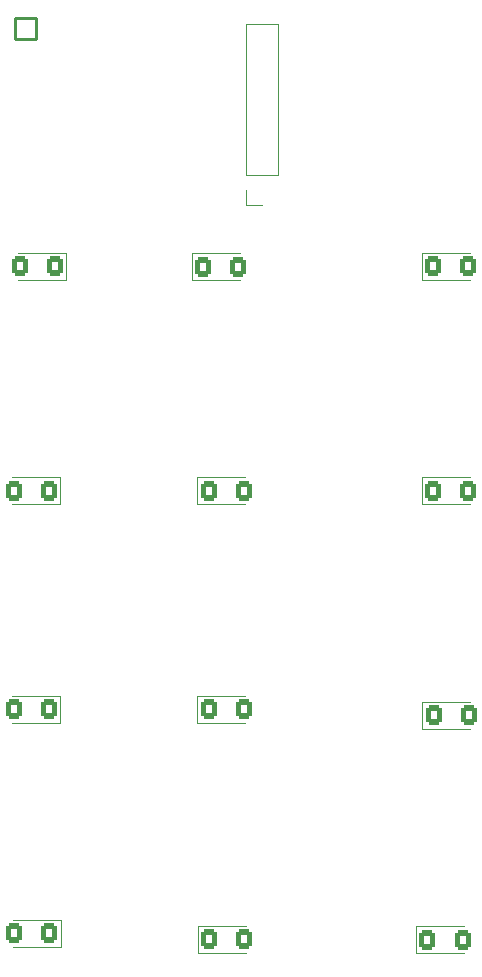
<source format=gbo>
%TF.GenerationSoftware,KiCad,Pcbnew,8.0.0*%
%TF.CreationDate,2024-03-18T12:55:46-04:00*%
%TF.ProjectId,mmp,6d6d702e-6b69-4636-9164-5f7063625858,rev?*%
%TF.SameCoordinates,Original*%
%TF.FileFunction,Legend,Bot*%
%TF.FilePolarity,Positive*%
%FSLAX46Y46*%
G04 Gerber Fmt 4.6, Leading zero omitted, Abs format (unit mm)*
G04 Created by KiCad (PCBNEW 8.0.0) date 2024-03-18 12:55:46*
%MOMM*%
%LPD*%
G01*
G04 APERTURE LIST*
G04 Aperture macros list*
%AMRoundRect*
0 Rectangle with rounded corners*
0 $1 Rounding radius*
0 $2 $3 $4 $5 $6 $7 $8 $9 X,Y pos of 4 corners*
0 Add a 4 corners polygon primitive as box body*
4,1,4,$2,$3,$4,$5,$6,$7,$8,$9,$2,$3,0*
0 Add four circle primitives for the rounded corners*
1,1,$1+$1,$2,$3*
1,1,$1+$1,$4,$5*
1,1,$1+$1,$6,$7*
1,1,$1+$1,$8,$9*
0 Add four rect primitives between the rounded corners*
20,1,$1+$1,$2,$3,$4,$5,0*
20,1,$1+$1,$4,$5,$6,$7,0*
20,1,$1+$1,$6,$7,$8,$9,0*
20,1,$1+$1,$8,$9,$2,$3,0*%
G04 Aperture macros list end*
%ADD10C,0.120000*%
%ADD11C,1.701800*%
%ADD12C,3.987800*%
%ADD13C,2.300000*%
%ADD14RoundRect,0.102000X-0.900000X-0.900000X0.900000X-0.900000X0.900000X0.900000X-0.900000X0.900000X0*%
%ADD15C,2.004000*%
%ADD16C,0.700000*%
%ADD17C,4.400000*%
%ADD18RoundRect,0.250001X-0.462499X-0.624999X0.462499X-0.624999X0.462499X0.624999X-0.462499X0.624999X0*%
%ADD19RoundRect,0.250001X0.462499X0.624999X-0.462499X0.624999X-0.462499X-0.624999X0.462499X-0.624999X0*%
%ADD20R,1.700000X1.700000*%
%ADD21O,1.700000X1.700000*%
G04 APERTURE END LIST*
D10*
%TO.C,D3*%
X135527500Y-59865000D02*
X135527500Y-62135000D01*
X135527500Y-62135000D02*
X139587500Y-62135000D01*
X139587500Y-59865000D02*
X135527500Y-59865000D01*
%TO.C,D4*%
X100867500Y-81135000D02*
X104927500Y-81135000D01*
X104927500Y-78865000D02*
X100867500Y-78865000D01*
X104927500Y-81135000D02*
X104927500Y-78865000D01*
%TO.C,D8*%
X116527500Y-97365000D02*
X116527500Y-99635000D01*
X116527500Y-99635000D02*
X120587500Y-99635000D01*
X120587500Y-97365000D02*
X116527500Y-97365000D01*
%TO.C,D2*%
X116027500Y-59900000D02*
X116027500Y-62170000D01*
X116027500Y-62170000D02*
X120087500Y-62170000D01*
X120087500Y-59900000D02*
X116027500Y-59900000D01*
%TO.C,D5*%
X116527500Y-78865000D02*
X116527500Y-81135000D01*
X116527500Y-81135000D02*
X120587500Y-81135000D01*
X120587500Y-78865000D02*
X116527500Y-78865000D01*
%TO.C,D6*%
X135527500Y-78865000D02*
X135527500Y-81135000D01*
X135527500Y-81135000D02*
X139587500Y-81135000D01*
X139587500Y-78865000D02*
X135527500Y-78865000D01*
%TO.C,J2*%
X120670000Y-40470000D02*
X120670000Y-53230000D01*
X120670000Y-55830000D02*
X120670000Y-54500000D01*
X122000000Y-55830000D02*
X120670000Y-55830000D01*
X123330000Y-40470000D02*
X120670000Y-40470000D01*
X123330000Y-40470000D02*
X123330000Y-53230000D01*
X123330000Y-53230000D02*
X120670000Y-53230000D01*
%TO.C,D9*%
X135552500Y-97865000D02*
X135552500Y-100135000D01*
X135552500Y-100135000D02*
X139612500Y-100135000D01*
X139612500Y-97865000D02*
X135552500Y-97865000D01*
%TO.C,D1*%
X101355000Y-62135000D02*
X105415000Y-62135000D01*
X105415000Y-59865000D02*
X101355000Y-59865000D01*
X105415000Y-62135000D02*
X105415000Y-59865000D01*
%TO.C,D12*%
X135027500Y-116865000D02*
X135027500Y-119135000D01*
X135027500Y-119135000D02*
X139087500Y-119135000D01*
X139087500Y-116865000D02*
X135027500Y-116865000D01*
%TO.C,D11*%
X116562500Y-116830000D02*
X116562500Y-119100000D01*
X116562500Y-119100000D02*
X120622500Y-119100000D01*
X120622500Y-116830000D02*
X116562500Y-116830000D01*
%TO.C,D7*%
X100842500Y-99635000D02*
X104902500Y-99635000D01*
X104902500Y-97365000D02*
X100842500Y-97365000D01*
X104902500Y-99635000D02*
X104902500Y-97365000D01*
%TO.C,D10*%
X100877500Y-118612500D02*
X104937500Y-118612500D01*
X104937500Y-116342500D02*
X100877500Y-116342500D01*
X104937500Y-118612500D02*
X104937500Y-116342500D01*
%TD*%
%LPC*%
D11*
%TO.C,SW4*%
X99920000Y-88000000D03*
D12*
X105000000Y-88000000D03*
D11*
X110080000Y-88000000D03*
D13*
X101190000Y-85460000D03*
X107540000Y-82920000D03*
%TD*%
D14*
%TO.C,U1*%
X102000000Y-40880000D03*
D15*
X102000000Y-43420000D03*
X102000000Y-45960000D03*
X102000000Y-48500000D03*
X102000000Y-51040000D03*
X102000000Y-53580000D03*
X102000000Y-56120000D03*
X117240000Y-56120000D03*
X117240000Y-53580000D03*
X117240000Y-51040000D03*
X117240000Y-48500000D03*
X117240000Y-45960000D03*
X117240000Y-43420000D03*
X117240000Y-40880000D03*
%TD*%
D11*
%TO.C,SW10*%
X99920000Y-126000000D03*
D12*
X105000000Y-126000000D03*
D11*
X110080000Y-126000000D03*
D13*
X101190000Y-123460000D03*
X107540000Y-120920000D03*
%TD*%
D16*
%TO.C,REF\u002A\u002A*%
X149850000Y-40500000D03*
X150333274Y-39333274D03*
X150333274Y-41666726D03*
X151500000Y-38850000D03*
D17*
X151500000Y-40500000D03*
D16*
X151500000Y-42150000D03*
X152666726Y-39333274D03*
X152666726Y-41666726D03*
X153150000Y-40500000D03*
%TD*%
D11*
%TO.C,SW2*%
X118920000Y-69000000D03*
D12*
X124000000Y-69000000D03*
D11*
X129080000Y-69000000D03*
D13*
X120190000Y-66460000D03*
X126540000Y-63920000D03*
%TD*%
D11*
%TO.C,SW3*%
X137920000Y-69000000D03*
D12*
X143000000Y-69000000D03*
D11*
X148080000Y-69000000D03*
D13*
X139190000Y-66460000D03*
X145540000Y-63920000D03*
%TD*%
D11*
%TO.C,SW5*%
X118920000Y-88000000D03*
D12*
X124000000Y-88000000D03*
D11*
X129080000Y-88000000D03*
D13*
X120190000Y-85460000D03*
X126540000Y-82920000D03*
%TD*%
D16*
%TO.C,REF\u002A\u002A*%
X94850000Y-40500000D03*
X95333274Y-39333274D03*
X95333274Y-41666726D03*
X96500000Y-38850000D03*
D17*
X96500000Y-40500000D03*
D16*
X96500000Y-42150000D03*
X97666726Y-39333274D03*
X97666726Y-41666726D03*
X98150000Y-40500000D03*
%TD*%
D11*
%TO.C,SW7*%
X99920000Y-107000000D03*
D12*
X105000000Y-107000000D03*
D11*
X110080000Y-107000000D03*
D13*
X101190000Y-104460000D03*
X107540000Y-101920000D03*
%TD*%
D11*
%TO.C,SW1*%
X100000000Y-69000000D03*
D12*
X105080000Y-69000000D03*
D11*
X110160000Y-69000000D03*
D13*
X101270000Y-66460000D03*
X107620000Y-63920000D03*
%TD*%
D11*
%TO.C,SW9*%
X137920000Y-107000000D03*
D12*
X143000000Y-107000000D03*
D11*
X148080000Y-107000000D03*
D13*
X139190000Y-104460000D03*
X145540000Y-101920000D03*
%TD*%
D11*
%TO.C,SW12*%
X137920000Y-126000000D03*
D12*
X143000000Y-126000000D03*
D11*
X148080000Y-126000000D03*
D13*
X139190000Y-123460000D03*
X145540000Y-120920000D03*
%TD*%
D11*
%TO.C,SW11*%
X118920000Y-126000000D03*
D12*
X124000000Y-126000000D03*
D11*
X129080000Y-126000000D03*
D13*
X120190000Y-123460000D03*
X126540000Y-120920000D03*
%TD*%
D11*
%TO.C,SW8*%
X118920000Y-107000000D03*
D12*
X124000000Y-107000000D03*
D11*
X129080000Y-107000000D03*
D13*
X120190000Y-104460000D03*
X126540000Y-101920000D03*
%TD*%
D11*
%TO.C,SW6*%
X137920000Y-88000000D03*
D12*
X143000000Y-88000000D03*
D11*
X148080000Y-88000000D03*
D13*
X139190000Y-85460000D03*
X145540000Y-82920000D03*
%TD*%
D18*
%TO.C,D3*%
X136500000Y-61000000D03*
X139475000Y-61000000D03*
%TD*%
D19*
%TO.C,D4*%
X103955000Y-80000000D03*
X100980000Y-80000000D03*
%TD*%
D18*
%TO.C,D8*%
X117500000Y-98500000D03*
X120475000Y-98500000D03*
%TD*%
%TO.C,D2*%
X117000000Y-61035000D03*
X119975000Y-61035000D03*
%TD*%
%TO.C,D5*%
X117500000Y-80000000D03*
X120475000Y-80000000D03*
%TD*%
%TO.C,D6*%
X136500000Y-80000000D03*
X139475000Y-80000000D03*
%TD*%
D20*
%TO.C,J2*%
X122000000Y-54500000D03*
D21*
X122000000Y-51960000D03*
X122000000Y-49420000D03*
X122000000Y-46880000D03*
X122000000Y-44340000D03*
X122000000Y-41800000D03*
%TD*%
D18*
%TO.C,D9*%
X136525000Y-99000000D03*
X139500000Y-99000000D03*
%TD*%
D19*
%TO.C,D1*%
X104442500Y-61000000D03*
X101467500Y-61000000D03*
%TD*%
D18*
%TO.C,D12*%
X136000000Y-118000000D03*
X138975000Y-118000000D03*
%TD*%
%TO.C,D11*%
X117535000Y-117965000D03*
X120510000Y-117965000D03*
%TD*%
D19*
%TO.C,D7*%
X103930000Y-98500000D03*
X100955000Y-98500000D03*
%TD*%
%TO.C,D10*%
X103965000Y-117477500D03*
X100990000Y-117477500D03*
%TD*%
%LPD*%
M02*

</source>
